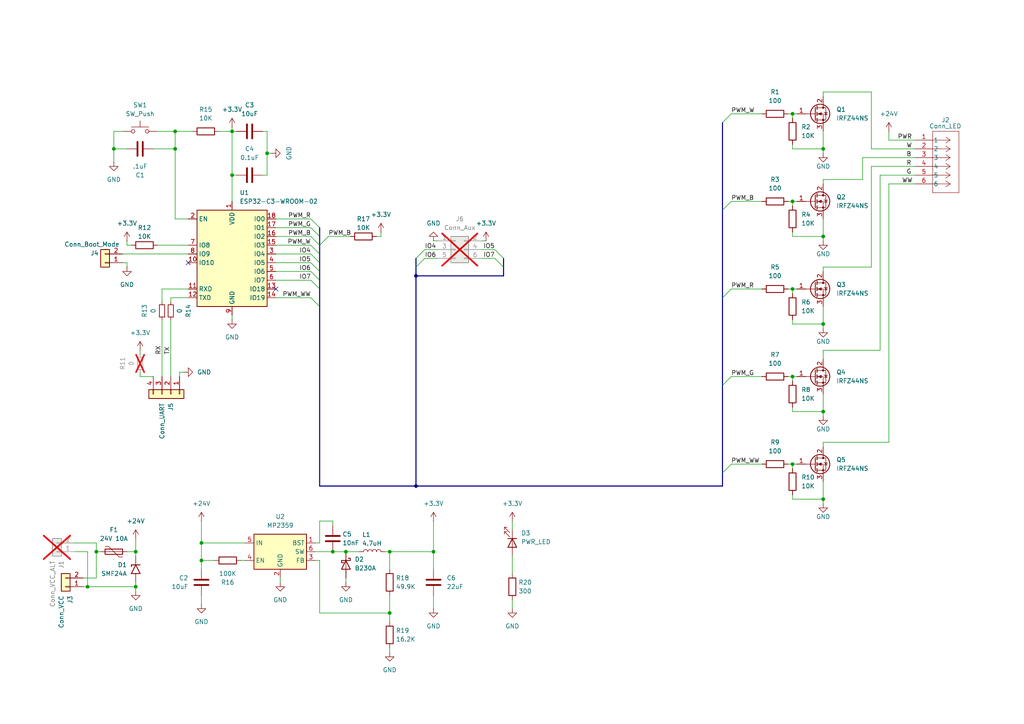
<source format=kicad_sch>
(kicad_sch (version 20231120) (generator "eeschema") (generator_version "8.0")
  (paper "A4")
  (title_block (title "ESP32 5 color LED driver") (date "2024-03-28") (rev "A"))
  (lib_symbols
    (symbol "+3.3V_1" (power) (pin_numbers hide) (pin_names (offset 0) hide)
      (property "Value" "+3.3V" (at 0 3.556 0))
      (symbol "+3.3V_1_1_1"
        (pin power_in line (at 0 0 90) (length 0) (name "~") (number "1"))
      )
    )
    (symbol "2024-04-03_06-42-17:532540670" (pin_names (offset 0.254))
      (property "Reference" "J" (at 8.89 6.35 0))
      (property "Value" "532540670" (at 0 0 0))
      (symbol "532540670_1_1"
        (pin unspecified line (at 0 0 0) (length 5.08) (name "1") (number "1"))
        (pin unspecified line (at 0 -2.54 0) (length 5.08) (name "2") (number "2"))
        (pin unspecified line (at 0 -5.08 0) (length 5.08) (name "3") (number "3"))
        (pin unspecified line (at 0 -7.62 0) (length 5.08) (name "4") (number "4"))
        (pin unspecified line (at 0 -10.16 0) (length 5.08) (name "5") (number "5"))
        (pin unspecified line (at 0 -12.7 0) (length 5.08) (name "6") (number "6"))
      )
      (symbol "532540670_1_2"
        (pin unspecified line (at 0 0 0) (length 5.08) (name "1") (number "1"))
        (pin unspecified line (at 0 -2.54 0) (length 5.08) (name "2") (number "2"))
        (pin unspecified line (at 0 -5.08 0) (length 5.08) (name "3") (number "3"))
        (pin unspecified line (at 0 -7.62 0) (length 5.08) (name "4") (number "4"))
        (pin unspecified line (at 0 -10.16 0) (length 5.08) (name "5") (number "5"))
        (pin unspecified line (at 0 -12.7 0) (length 5.08) (name "6") (number "6"))
      )
    )
    (symbol "Connector_Generic:Conn_01x02" (pin_names (offset 1.016) hide)
      (property "Reference" "J" (at 0 2.54 0))
      (property "Value" "Conn_01x02" (at 0 -5.08 0))
      (symbol "Conn_01x02_1_1"
        (pin passive line (at -5.08 0 0) (length 3.81) (name "Pin_1") (number "1"))
        (pin passive line (at -5.08 -2.54 0) (length 3.81) (name "Pin_2") (number "2"))
      )
    )
    (symbol "Connector_Generic:Conn_01x04" (pin_names (offset 1.016) hide)
      (property "Reference" "J" (at 0 5.08 0))
      (property "Value" "Conn_01x04" (at 0 -7.62 0))
      (symbol "Conn_01x04_1_1"
        (pin passive line (at -5.08 2.54 0) (length 3.81) (name "Pin_1") (number "1"))
        (pin passive line (at -5.08 0 0) (length 3.81) (name "Pin_2") (number "2"))
        (pin passive line (at -5.08 -2.54 0) (length 3.81) (name "Pin_3") (number "3"))
        (pin passive line (at -5.08 -5.08 0) (length 3.81) (name "Pin_4") (number "4"))
      )
    )
    (symbol "Connector_Generic:Conn_02x03_Odd_Even" (pin_names (offset 1.016) hide)
      (property "Reference" "J" (at 1.27 5.08 0))
      (property "Value" "Conn_02x03_Odd_Even" (at 1.27 -5.08 0))
      (symbol "Conn_02x03_Odd_Even_1_1"
        (pin passive line (at -5.08 2.54 0) (length 3.81) (name "Pin_1") (number "1"))
        (pin passive line (at 7.62 2.54 180) (length 3.81) (name "Pin_2") (number "2"))
        (pin passive line (at -5.08 0 0) (length 3.81) (name "Pin_3") (number "3"))
        (pin passive line (at 7.62 0 180) (length 3.81) (name "Pin_4") (number "4"))
        (pin passive line (at -5.08 -2.54 0) (length 3.81) (name "Pin_5") (number "5"))
        (pin passive line (at 7.62 -2.54 180) (length 3.81) (name "Pin_6") (number "6"))
      )
    )
    (symbol "Custom:ESP32-C3-WROOM-02"
      (property "Reference" "U" (at -7.62 14.986 0))
      (property "Value" "ESP32-C3-WROOM-02" (at 10.414 14.986 0))
      (symbol "ESP32-C3-WROOM-02_1_1"
        (pin power_in line (at 0 16.51 270) (length 2.54) (name "VDD") (number "1"))
        (pin bidirectional line (at -12.7 -1.27 0) (length 2.54) (name "IO10") (number "10"))
        (pin bidirectional line (at -12.7 -8.89 0) (length 2.54) (name "RXD") (number "11"))
        (pin bidirectional line (at -12.7 -11.43 0) (length 2.54) (name "TXD") (number "12"))
        (pin bidirectional line (at 12.7 -8.89 180) (length 2.54) (name "IO18") (number "13"))
        (pin bidirectional line (at 12.7 -11.43 180) (length 2.54) (name "IO19") (number "14"))
        (pin bidirectional line (at 12.7 3.81 180) (length 2.54) (name "IO3") (number "15"))
        (pin bidirectional line (at 12.7 6.35 180) (length 2.54) (name "IO2") (number "16"))
        (pin bidirectional line (at 12.7 8.89 180) (length 2.54) (name "IO1") (number "17"))
        (pin bidirectional line (at 12.7 11.43 180) (length 2.54) (name "IO0") (number "18"))
        (pin passive line (at 0 -16.51 90) (length 2.54) hide (name "GND") (number "19"))
        (pin input line (at -12.7 11.43 0) (length 2.54) (name "EN") (number "2"))
        (pin bidirectional line (at 12.7 1.27 180) (length 2.54) (name "IO4") (number "3"))
        (pin bidirectional line (at 12.7 -1.27 180) (length 2.54) (name "IO5") (number "4"))
        (pin bidirectional line (at 12.7 -3.81 180) (length 2.54) (name "IO6") (number "5"))
        (pin bidirectional line (at 12.7 -6.35 180) (length 2.54) (name "IO7") (number "6"))
        (pin bidirectional line (at -12.7 3.81 0) (length 2.54) (name "IO8") (number "7"))
        (pin bidirectional line (at -12.7 1.27 0) (length 2.54) (name "IO9") (number "8"))
        (pin power_in line (at 0 -16.51 90) (length 2.54) (name "GND") (number "9"))
      )
    )
    (symbol "Custom:IRFZ44NS" (pin_names (offset 0) hide)
      (property "Reference" "Q" (at 5.08 1.905 0))
      (property "Value" "IRFZ44NS" (at 5.08 0 0))
      (symbol "IRFZ44NS_1_1"
        (pin passive line (at -5.08 0 0) (length 2.54) (name "G") (number "1"))
        (pin passive line (at 2.54 5.08 270) (length 2.54) (name "D") (number "2"))
        (pin passive line (at 2.54 -5.08 90) (length 2.54) (name "S") (number "3"))
      )
    )
    (symbol "Custom:MP2359"
      (property "Reference" "U" (at -6.35 6.35 0))
      (property "Value" "MP2359" (at 3.81 6.35 0))
      (symbol "MP2359_1_1"
        (pin passive line (at 10.16 2.54 180) (length 2.54) (name "BST") (number "1"))
        (pin power_in line (at 0 -7.62 90) (length 2.54) (name "GND") (number "2"))
        (pin input line (at 10.16 -2.54 180) (length 2.54) (name "FB") (number "3"))
        (pin input line (at -10.16 -2.54 0) (length 2.54) (name "EN") (number "4"))
        (pin power_in line (at -10.16 2.54 0) (length 2.54) (name "IN") (number "5"))
        (pin power_out line (at 10.16 0 180) (length 2.54) (name "SW") (number "6"))
      )
    )
    (symbol "Device:C" (pin_numbers hide) (pin_names (offset 0.254))
      (property "Reference" "C" (at 0.635 2.54 0))
      (property "Value" "C" (at 0.635 -2.54 0))
      (symbol "C_1_1"
        (pin passive line (at 0 3.81 270) (length 2.794) (name "~") (number "1"))
        (pin passive line (at 0 -3.81 90) (length 2.794) (name "~") (number "2"))
      )
    )
    (symbol "Device:L" (pin_numbers hide) (pin_names (offset 1.016) hide)
      (property "Reference" "L" (at -1.27 0 90))
      (property "Value" "L" (at 1.905 0 90))
      (symbol "L_1_1"
        (pin passive line (at 0 3.81 270) (length 1.27) (name "1") (number "1"))
        (pin passive line (at 0 -3.81 90) (length 1.27) (name "2") (number "2"))
      )
    )
    (symbol "Device:LED" (pin_numbers hide) (pin_names (offset 1.016) hide)
      (property "Reference" "D" (at 0 2.54 0))
      (property "Value" "LED" (at 0 -2.54 0))
      (symbol "LED_1_1"
        (pin passive line (at -3.81 0 0) (length 2.54) (name "K") (number "1"))
        (pin passive line (at 3.81 0 180) (length 2.54) (name "A") (number "2"))
      )
    )
    (symbol "Device:Polyfuse" (pin_numbers hide) (pin_names (offset 0))
      (property "Reference" "F" (at -2.54 0 90))
      (property "Value" "Polyfuse" (at 2.54 0 90))
      (symbol "Polyfuse_1_1"
        (pin passive line (at 0 3.81 270) (length 1.27) (name "~") (number "1"))
        (pin passive line (at 0 -3.81 90) (length 1.27) (name "~") (number "2"))
      )
    )
    (symbol "Device:R" (pin_numbers hide) (pin_names (offset 0))
      (property "Reference" "R" (at 2.032 0 90))
      (property "Value" "R" (at 0 0 90))
      (symbol "R_1_1"
        (pin passive line (at 0 3.81 270) (length 1.27) (name "~") (number "1"))
        (pin passive line (at 0 -3.81 90) (length 1.27) (name "~") (number "2"))
      )
    )
    (symbol "Device:R_Small" (pin_numbers hide) (pin_names (offset 0.254) hide)
      (property "Reference" "R" (at 0.762 0.508 0))
      (property "Value" "R_Small" (at 0.762 -1.016 0))
      (symbol "R_Small_1_1"
        (pin passive line (at 0 2.54 270) (length 0.762) (name "~") (number "1"))
        (pin passive line (at 0 -2.54 90) (length 0.762) (name "~") (number "2"))
      )
    )
    (symbol "Diode:B230" (pin_numbers hide) (pin_names (offset 1.016) hide)
      (property "Reference" "D" (at 0 2.54 0))
      (property "Value" "B230" (at 0 -2.54 0))
      (symbol "B230_1_1"
        (pin passive line (at -3.81 0 0) (length 2.54) (name "K") (number "1"))
        (pin passive line (at 3.81 0 180) (length 2.54) (name "A") (number "2"))
      )
    )
    (symbol "Diode:SMF24A" (pin_numbers hide) (pin_names (offset 1.016) hide)
      (property "Reference" "D" (at 0 2.54 0))
      (property "Value" "SMF24A" (at 0 -2.54 0))
      (symbol "SMF24A_1_1"
        (pin passive line (at -3.81 0 0) (length 2.54) (name "A1") (number "1"))
        (pin passive line (at 3.81 0 180) (length 2.54) (name "A2") (number "2"))
      )
    )
    (symbol "IRFZ44NS_1" (pin_names (offset 0) hide)
      (property "Reference" "Q" (at 5.08 1.905 0))
      (property "Value" "IRFZ44NS" (at 5.08 0 0))
      (symbol "IRFZ44NS_1_1_1"
        (pin passive line (at -5.08 0 0) (length 2.54) (name "G") (number "1"))
        (pin passive line (at 2.54 5.08 270) (length 2.54) (name "D") (number "2"))
        (pin passive line (at 2.54 -5.08 90) (length 2.54) (name "S") (number "3"))
      )
    )
    (symbol "IRFZ44NS_2" (pin_names (offset 0) hide)
      (property "Reference" "Q" (at 5.08 1.905 0))
      (property "Value" "IRFZ44NS" (at 5.08 0 0))
      (symbol "IRFZ44NS_2_1_1"
        (pin passive line (at -5.08 0 0) (length 2.54) (name "G") (number "1"))
        (pin passive line (at 2.54 5.08 270) (length 2.54) (name "D") (number "2"))
        (pin passive line (at 2.54 -5.08 90) (length 2.54) (name "S") (number "3"))
      )
    )
    (symbol "IRFZ44NS_3" (pin_names (offset 0) hide)
      (property "Reference" "Q" (at 5.08 1.905 0))
      (property "Value" "IRFZ44NS" (at 5.08 0 0))
      (symbol "IRFZ44NS_3_1_1"
        (pin passive line (at -5.08 0 0) (length 2.54) (name "G") (number "1"))
        (pin passive line (at 2.54 5.08 270) (length 2.54) (name "D") (number "2"))
        (pin passive line (at 2.54 -5.08 90) (length 2.54) (name "S") (number "3"))
      )
    )
    (symbol "IRFZ44NS_4" (pin_names (offset 0) hide)
      (property "Reference" "Q" (at 5.08 1.905 0))
      (property "Value" "IRFZ44NS" (at 5.08 0 0))
      (symbol "IRFZ44NS_4_1_1"
        (pin passive line (at -5.08 0 0) (length 2.54) (name "G") (number "1"))
        (pin passive line (at 2.54 5.08 270) (length 2.54) (name "D") (number "2"))
        (pin passive line (at 2.54 -5.08 90) (length 2.54) (name "S") (number "3"))
      )
    )
    (symbol "R_1" (pin_numbers hide) (pin_names (offset 0))
      (property "Reference" "R" (at 2.032 0 90))
      (property "Value" "R" (at 0 0 90))
      (symbol "R_1_1_1"
        (pin passive line (at 0 3.81 270) (length 1.27) (name "~") (number "1"))
        (pin passive line (at 0 -3.81 90) (length 1.27) (name "~") (number "2"))
      )
    )
    (symbol "Switch:SW_Push" (pin_numbers hide) (pin_names (offset 1.016) hide)
      (property "Reference" "SW" (at 1.27 2.54 0))
      (property "Value" "SW_Push" (at 0 -1.524 0))
      (symbol "SW_Push_0_1"
        (pin passive line (at -5.08 0 0) (length 2.54) (name "1") (number "1"))
        (pin passive line (at 5.08 0 180) (length 2.54) (name "2") (number "2"))
      )
    )
    (symbol "power:+24V" (power) (pin_numbers hide) (pin_names (offset 0) hide)
      (property "Value" "+24V" (at 0 3.556 0))
      (symbol "+24V_1_1"
        (pin power_in line (at 0 0 90) (length 0) (name "~") (number "1"))
      )
    )
    (symbol "power:+3.3V" (power) (pin_numbers hide) (pin_names (offset 0) hide)
      (property "Value" "+3.3V" (at 0 3.556 0))
      (symbol "+3.3V_1_1"
        (pin power_in line (at 0 0 90) (length 0) (name "~") (number "1"))
      )
    )
    (symbol "power:GND" (power) (pin_numbers hide) (pin_names (offset 0) hide)
      (property "Value" "GND" (at 0 -3.81 0))
      (symbol "GND_1_1"
        (pin power_in line (at 0 0 270) (length 0) (name "~") (number "1"))
      )
    )
  )
  (junction (at 120.65 80.01))
  (junction (at 125.73 160.02))
  (junction (at 58.42 162.56))
  (junction (at 33.02 43.18))
  (junction (at 113.03 160.02))
  (junction (at 238.76 119.38))
  (junction (at 238.76 43.18))
  (junction (at 113.03 177.8))
  (junction (at 67.31 50.8))
  (junction (at 50.8 38.1))
  (junction (at 27.94 160.02))
  (junction (at 238.76 68.58))
  (junction (at 229.87 83.82))
  (junction (at 238.76 144.78))
  (junction (at 96.52 160.02))
  (junction (at 77.47 44.45))
  (junction (at 238.76 93.98))
  (junction (at 67.31 38.1))
  (junction (at 58.42 157.48))
  (junction (at 229.87 134.62))
  (junction (at 229.87 109.22))
  (junction (at 50.8 43.18))
  (junction (at 120.65 140.97))
  (junction (at 39.37 160.02))
  (junction (at 25.4 170.18))
  (junction (at 229.87 33.02))
  (junction (at 39.37 170.18))
  (junction (at 229.87 58.42))
  (junction (at 100.33 160.02))
  (no_connect (at 54.61 76.2))
  (no_connect (at 80.01 83.82))
  (bus_entry (at 90.17 78.74) (size 2.54 2.54))
  (bus_entry (at 95.25 68.58) (size -2.54 2.54))
  (bus_entry (at 143.51 74.93) (size 2.54 2.54))
  (bus_entry (at 90.17 63.5) (size 2.54 2.54))
  (bus_entry (at 209.55 35.56) (size 2.54 -2.54))
  (bus_entry (at 143.51 72.39) (size 2.54 2.54))
  (bus_entry (at 90.17 86.36) (size 2.54 2.54))
  (bus_entry (at 90.17 73.66) (size 2.54 2.54))
  (bus_entry (at 123.19 72.39) (size -2.54 2.54))
  (bus_entry (at 90.17 71.12) (size 2.54 2.54))
  (bus_entry (at 209.55 111.76) (size 2.54 -2.54))
  (bus_entry (at 90.17 66.04) (size 2.54 2.54))
  (bus_entry (at 209.55 137.16) (size 2.54 -2.54))
  (bus_entry (at 209.55 60.96) (size 2.54 -2.54))
  (bus_entry (at 90.17 68.58) (size 2.54 2.54))
  (bus_entry (at 209.55 86.36) (size 2.54 -2.54))
  (bus_entry (at 123.19 74.93) (size -2.54 2.54))
  (bus_entry (at 90.17 76.2) (size 2.54 2.54))
  (bus_entry (at 90.17 81.28) (size 2.54 2.54))
  (wire (pts (xy 76.2 50.8) (xy 77.47 50.8)))
  (wire (pts (xy 229.87 119.38) (xy 238.76 119.38)))
  (wire (pts (xy 252.73 48.26) (xy 252.73 77.47)))
  (wire (pts (xy 123.19 72.39) (xy 127 72.39)))
  (wire (pts (xy 229.87 41.91) (xy 229.87 43.18)))
  (wire (pts (xy 52.07 107.95) (xy 52.07 109.22)))
  (wire (pts (xy 238.76 77.47) (xy 252.73 77.47)))
  (wire (pts (xy 90.17 86.36) (xy 80.01 86.36)))
  (wire (pts (xy 252.73 26.67) (xy 252.73 43.18)))
  (wire (pts (xy 92.71 177.8) (xy 92.71 162.56)))
  (wire (pts (xy 36.83 43.18) (xy 33.02 43.18)))
  (wire (pts (xy 125.73 160.02) (xy 125.73 165.1)))
  (wire (pts (xy 39.37 160.02) (xy 36.83 160.02)))
  (wire (pts (xy 238.76 101.6) (xy 238.76 104.14)))
  (wire (pts (xy 50.8 38.1) (xy 55.88 38.1)))
  (wire (pts (xy 46.99 83.82) (xy 54.61 83.82)))
  (wire (pts (xy 67.31 50.8) (xy 67.31 58.42)))
  (wire (pts (xy 21.59 160.02) (xy 25.4 160.02)))
  (wire (pts (xy 24.13 170.18) (xy 25.4 170.18)))
  (wire (pts (xy 238.76 128.27) (xy 257.81 128.27)))
  (wire (pts (xy 80.01 78.74) (xy 90.17 78.74)))
  (wire (pts (xy 92.71 151.13) (xy 96.52 151.13)))
  (wire (pts (xy 80.01 76.2) (xy 90.17 76.2)))
  (wire (pts (xy 39.37 161.29) (xy 39.37 160.02)))
  (wire (pts (xy 58.42 157.48) (xy 71.12 157.48)))
  (bus (pts (xy 92.71 76.2) (xy 92.71 78.74)))
  (wire (pts (xy 229.87 67.31) (xy 229.87 68.58)))
  (wire (pts (xy 250.19 45.72) (xy 265.43 45.72)))
  (wire (pts (xy 113.03 180.34) (xy 113.03 177.8)))
  (wire (pts (xy 123.19 74.93) (xy 127 74.93)))
  (wire (pts (xy 125.73 69.85) (xy 127 69.85)))
  (bus (pts (xy 120.65 77.47) (xy 120.65 80.01)))
  (wire (pts (xy 257.81 53.34) (xy 257.81 128.27)))
  (bus (pts (xy 92.71 81.28) (xy 92.71 83.82)))
  (wire (pts (xy 238.76 26.67) (xy 252.73 26.67)))
  (wire (pts (xy 40.64 109.22) (xy 44.45 109.22)))
  (wire (pts (xy 113.03 160.02) (xy 113.03 165.1)))
  (bus (pts (xy 92.71 140.97) (xy 120.65 140.97)))
  (wire (pts (xy 139.7 74.93) (xy 143.51 74.93)))
  (bus (pts (xy 146.05 77.47) (xy 146.05 80.01)))
  (wire (pts (xy 77.47 50.8) (xy 77.47 44.45)))
  (bus (pts (xy 209.55 140.97) (xy 209.55 137.16)))
  (wire (pts (xy 58.42 151.13) (xy 58.42 157.48)))
  (bus (pts (xy 92.71 78.74) (xy 92.71 81.28)))
  (wire (pts (xy 76.2 38.1) (xy 77.47 38.1)))
  (wire (pts (xy 67.31 36.83) (xy 67.31 38.1)))
  (wire (pts (xy 77.47 44.45) (xy 78.74 44.45)))
  (wire (pts (xy 35.56 76.2) (xy 36.83 76.2)))
  (wire (pts (xy 92.71 157.48) (xy 92.71 151.13)))
  (wire (pts (xy 229.87 92.71) (xy 229.87 93.98)))
  (wire (pts (xy 80.01 66.04) (xy 90.17 66.04)))
  (wire (pts (xy 91.44 160.02) (xy 96.52 160.02)))
  (wire (pts (xy 238.76 95.25) (xy 238.76 93.98)))
  (wire (pts (xy 36.83 71.12) (xy 38.1 71.12)))
  (wire (pts (xy 229.87 143.51) (xy 229.87 144.78)))
  (wire (pts (xy 238.76 44.45) (xy 238.76 43.18)))
  (wire (pts (xy 228.6 134.62) (xy 229.87 134.62)))
  (wire (pts (xy 58.42 162.56) (xy 62.23 162.56)))
  (wire (pts (xy 212.09 58.42) (xy 220.98 58.42)))
  (wire (pts (xy 39.37 171.45) (xy 39.37 170.18)))
  (wire (pts (xy 238.76 69.85) (xy 238.76 68.58)))
  (wire (pts (xy 27.94 167.64) (xy 27.94 160.02)))
  (wire (pts (xy 238.76 26.67) (xy 238.76 27.94)))
  (wire (pts (xy 40.64 101.6) (xy 40.64 102.87)))
  (wire (pts (xy 238.76 139.7) (xy 238.76 144.78)))
  (wire (pts (xy 46.99 83.82) (xy 46.99 87.63)))
  (wire (pts (xy 33.02 38.1) (xy 33.02 43.18)))
  (wire (pts (xy 68.58 50.8) (xy 67.31 50.8)))
  (wire (pts (xy 25.4 160.02) (xy 25.4 170.18)))
  (bus (pts (xy 92.71 68.58) (xy 92.71 71.12)))
  (wire (pts (xy 148.59 173.99) (xy 148.59 176.53)))
  (wire (pts (xy 257.81 38.1) (xy 257.81 40.64)))
  (wire (pts (xy 212.09 83.82) (xy 220.98 83.82)))
  (wire (pts (xy 252.73 43.18) (xy 265.43 43.18)))
  (wire (pts (xy 229.87 83.82) (xy 231.14 83.82)))
  (wire (pts (xy 229.87 134.62) (xy 231.14 134.62)))
  (wire (pts (xy 111.76 160.02) (xy 113.03 160.02)))
  (bus (pts (xy 209.55 111.76) (xy 209.55 86.36)))
  (wire (pts (xy 229.87 58.42) (xy 229.87 59.69)))
  (wire (pts (xy 95.25 68.58) (xy 101.6 68.58)))
  (wire (pts (xy 80.01 81.28) (xy 90.17 81.28)))
  (wire (pts (xy 228.6 83.82) (xy 229.87 83.82)))
  (wire (pts (xy 27.94 160.02) (xy 29.21 160.02)))
  (wire (pts (xy 67.31 38.1) (xy 67.31 50.8)))
  (wire (pts (xy 139.7 72.39) (xy 143.51 72.39)))
  (wire (pts (xy 100.33 160.02) (xy 96.52 160.02)))
  (bus (pts (xy 92.71 73.66) (xy 92.71 76.2)))
  (wire (pts (xy 39.37 170.18) (xy 39.37 168.91)))
  (wire (pts (xy 229.87 68.58) (xy 238.76 68.58)))
  (wire (pts (xy 238.76 146.05) (xy 238.76 144.78)))
  (wire (pts (xy 69.85 162.56) (xy 71.12 162.56)))
  (wire (pts (xy 238.76 77.47) (xy 238.76 78.74)))
  (wire (pts (xy 228.6 33.02) (xy 229.87 33.02)))
  (wire (pts (xy 33.02 38.1) (xy 35.56 38.1)))
  (wire (pts (xy 104.14 160.02) (xy 100.33 160.02)))
  (wire (pts (xy 229.87 144.78) (xy 238.76 144.78)))
  (bus (pts (xy 209.55 137.16) (xy 209.55 111.76)))
  (wire (pts (xy 49.53 92.71) (xy 49.53 109.22)))
  (wire (pts (xy 229.87 93.98) (xy 238.76 93.98)))
  (wire (pts (xy 92.71 162.56) (xy 91.44 162.56)))
  (wire (pts (xy 257.81 40.64) (xy 265.43 40.64)))
  (bus (pts (xy 120.65 140.97) (xy 209.55 140.97)))
  (wire (pts (xy 148.59 161.29) (xy 148.59 166.37)))
  (wire (pts (xy 238.76 63.5) (xy 238.76 68.58)))
  (wire (pts (xy 229.87 109.22) (xy 229.87 110.49)))
  (bus (pts (xy 120.65 80.01) (xy 120.65 140.97)))
  (wire (pts (xy 54.61 73.66) (xy 35.56 73.66)))
  (bus (pts (xy 92.71 88.9) (xy 92.71 140.97)))
  (wire (pts (xy 40.64 107.95) (xy 40.64 109.22)))
  (bus (pts (xy 92.71 66.04) (xy 92.71 68.58)))
  (wire (pts (xy 49.53 86.36) (xy 49.53 87.63)))
  (wire (pts (xy 257.81 53.34) (xy 265.43 53.34)))
  (wire (pts (xy 27.94 167.64) (xy 24.13 167.64)))
  (wire (pts (xy 80.01 71.12) (xy 90.17 71.12)))
  (wire (pts (xy 238.76 101.6) (xy 255.27 101.6)))
  (wire (pts (xy 229.87 43.18) (xy 238.76 43.18)))
  (wire (pts (xy 238.76 88.9) (xy 238.76 93.98)))
  (wire (pts (xy 229.87 58.42) (xy 231.14 58.42)))
  (wire (pts (xy 238.76 129.54) (xy 238.76 128.27)))
  (wire (pts (xy 80.01 63.5) (xy 90.17 63.5)))
  (wire (pts (xy 212.09 134.62) (xy 220.98 134.62)))
  (wire (pts (xy 125.73 151.13) (xy 125.73 160.02)))
  (wire (pts (xy 229.87 134.62) (xy 229.87 135.89)))
  (wire (pts (xy 92.71 157.48) (xy 91.44 157.48)))
  (wire (pts (xy 63.5 38.1) (xy 67.31 38.1)))
  (bus (pts (xy 120.65 74.93) (xy 120.65 77.47)))
  (wire (pts (xy 58.42 165.1) (xy 58.42 162.56)))
  (wire (pts (xy 25.4 170.18) (xy 39.37 170.18)))
  (wire (pts (xy 39.37 160.02) (xy 39.37 156.21)))
  (wire (pts (xy 113.03 177.8) (xy 113.03 172.72)))
  (wire (pts (xy 229.87 33.02) (xy 229.87 34.29)))
  (wire (pts (xy 229.87 33.02) (xy 231.14 33.02)))
  (wire (pts (xy 36.83 69.85) (xy 36.83 71.12)))
  (wire (pts (xy 255.27 101.6) (xy 255.27 50.8)))
  (wire (pts (xy 27.94 157.48) (xy 27.94 160.02)))
  (wire (pts (xy 113.03 160.02) (xy 125.73 160.02)))
  (wire (pts (xy 45.72 38.1) (xy 50.8 38.1)))
  (wire (pts (xy 229.87 118.11) (xy 229.87 119.38)))
  (wire (pts (xy 228.6 109.22) (xy 229.87 109.22)))
  (wire (pts (xy 50.8 63.5) (xy 54.61 63.5)))
  (wire (pts (xy 252.73 48.26) (xy 265.43 48.26)))
  (wire (pts (xy 67.31 91.44) (xy 67.31 92.71)))
  (wire (pts (xy 229.87 109.22) (xy 231.14 109.22)))
  (wire (pts (xy 250.19 52.07) (xy 250.19 45.72)))
  (wire (pts (xy 44.45 43.18) (xy 50.8 43.18)))
  (wire (pts (xy 33.02 43.18) (xy 33.02 46.99)))
  (wire (pts (xy 52.07 107.95) (xy 53.34 107.95)))
  (wire (pts (xy 46.99 92.71) (xy 46.99 109.22)))
  (wire (pts (xy 148.59 153.67) (xy 148.59 151.13)))
  (wire (pts (xy 212.09 109.22) (xy 220.98 109.22)))
  (wire (pts (xy 255.27 50.8) (xy 265.43 50.8)))
  (wire (pts (xy 100.33 168.91) (xy 100.33 167.64)))
  (wire (pts (xy 45.72 71.12) (xy 54.61 71.12)))
  (wire (pts (xy 80.01 73.66) (xy 90.17 73.66)))
  (wire (pts (xy 125.73 176.53) (xy 125.73 172.72)))
  (bus (pts (xy 92.71 83.82) (xy 92.71 88.9)))
  (bus (pts (xy 146.05 80.01) (xy 120.65 80.01)))
  (wire (pts (xy 50.8 43.18) (xy 50.8 63.5)))
  (wire (pts (xy 238.76 114.3) (xy 238.76 119.38)))
  (bus (pts (xy 146.05 74.93) (xy 146.05 77.47)))
  (wire (pts (xy 36.83 76.2) (xy 36.83 77.47)))
  (bus (pts (xy 209.55 86.36) (xy 209.55 60.96)))
  (wire (pts (xy 58.42 172.72) (xy 58.42 175.26)))
  (wire (pts (xy 212.09 33.02) (xy 220.98 33.02)))
  (wire (pts (xy 238.76 52.07) (xy 250.19 52.07)))
  (bus (pts (xy 92.71 71.12) (xy 92.71 73.66)))
  (wire (pts (xy 81.28 167.64) (xy 81.28 168.91)))
  (wire (pts (xy 238.76 120.65) (xy 238.76 119.38)))
  (wire (pts (xy 110.49 68.58) (xy 110.49 67.31)))
  (wire (pts (xy 140.97 69.85) (xy 139.7 69.85)))
  (wire (pts (xy 92.71 177.8) (xy 113.03 177.8)))
  (wire (pts (xy 96.52 151.13) (xy 96.52 152.4)))
  (wire (pts (xy 113.03 189.23) (xy 113.03 187.96)))
  (wire (pts (xy 49.53 86.36) (xy 54.61 86.36)))
  (bus (pts (xy 209.55 60.96) (xy 209.55 35.56)))
  (wire (pts (xy 228.6 58.42) (xy 229.87 58.42)))
  (wire (pts (xy 58.42 162.56) (xy 58.42 157.48)))
  (wire (pts (xy 21.59 157.48) (xy 27.94 157.48)))
  (wire (pts (xy 238.76 38.1) (xy 238.76 43.18)))
  (wire (pts (xy 110.49 68.58) (xy 109.22 68.58)))
  (wire (pts (xy 238.76 52.07) (xy 238.76 53.34)))
  (wire (pts (xy 50.8 38.1) (xy 50.8 43.18)))
  (wire (pts (xy 77.47 38.1) (xy 77.47 44.45)))
  (wire (pts (xy 68.58 38.1) (xy 67.31 38.1)))
  (wire (pts (xy 80.01 68.58) (xy 90.17 68.58)))
  (wire (pts (xy 229.87 83.82) (xy 229.87 85.09)))
  (label "IO6" (at 90.17 78.74 180))
  (label "PWM_WW" (at 90.17 86.36 180))
  (label "G" (at 262.89 50.8 0))
  (label "PWR" (at 260.35 40.64 0))
  (label "IO4" (at 90.17 73.66 180))
  (label "PWM_R" (at 212.09 83.82 0))
  (label "IO7" (at 143.51 74.93 180))
  (label "IO7" (at 90.17 81.28 180))
  (label "IO4" (at 123.19 72.39 0))
  (label "IO5" (at 90.17 76.2 180))
  (label "PWM_R" (at 90.17 63.5 180))
  (label "B" (at 262.89 45.72 0))
  (label "WW" (at 261.62 53.34 0))
  (label "RX" (at 46.99 102.87 90))
  (label "PWM_WW" (at 212.09 134.62 0))
  (label "PWM_B" (at 90.17 68.58 180))
  (label "IO5" (at 143.51 72.39 180))
  (label "PWM_W" (at 212.09 33.02 0))
  (label "PWM_G" (at 212.09 109.22 0))
  (label "PWM_B" (at 95.25 68.58 0))
  (label "R" (at 262.89 48.26 0))
  (label "PWM_W" (at 90.17 71.12 180))
  (label "W" (at 262.89 43.18 0))
  (label "IO6" (at 123.19 74.93 0))
  (label "TX" (at 49.53 102.87 90))
  (label "PWM_G" (at 90.17 66.04 180))
  (label "PWM_B" (at 212.09 58.42 0))
  (symbol (lib_id "Custom:ESP32-C3-WROOM-02") (at 67.31 74.93 0) (unit 1)
    (property "Reference" "U1" (at 69.5041 55.88 0) (effects (justify left)))
    (property "Value" "ESP32-C3-WROOM-02" (at 69.5041 58.42 0) (effects (justify left)))
    (property "Footprint" "RF_Module:ESP32-C3-WROOM-02" (effects (hide yes)))
    (property "Datasheet" "https://www.espressif.com/sites/default/files/documentation/esp32-c3-wroom-02_datasheet_en.pdf" (effects (hide yes)))
    (property "Description" "Wi-Fi Module, ESP8266EX SoC, 32-bit, 802.11b/g/n, WPA/WPA2, 2.7-3.6V, SMD" (effects (hide yes)))
  )
  (symbol (lib_id "Device:R") (at 66.04 162.56 270) (mirror x) (unit 1)
    (property "Reference" "R16" (at 66.04 168.91 90))
    (property "Value" "100K" (at 66.04 166.37 90))
    (property "Footprint" "Custom:R_0603_HandSolder_ValuePrinted" (effects (hide yes)))
    (property "Description" "Resistor" (effects (hide yes)))
  )
  (symbol (lib_id "power:GND") (at 53.34 107.95 90) (unit 1)
    (property "Reference" "#PWR021" (effects (hide yes)))
    (property "Value" "GND" (at 57.15 107.9499 90) (effects (justify right)))
    (property "Description" "Power symbol creates a global label with name \"GND\" , ground" (effects (hide yes)))
  )
  (symbol (lib_id "power:GND") (at 113.03 189.23 0) (unit 1)
    (property "Reference" "#PWR014" (effects (hide yes)))
    (property "Value" "GND" (at 113.03 194.31 0))
    (property "Description" "Power symbol creates a global label with name \"GND\" , ground" (effects (hide yes)))
  )
  (symbol (lib_id "Device:C") (at 125.73 168.91 0) (unit 1)
    (property "Reference" "C6" (at 129.54 167.6399 0) (effects (justify left)))
    (property "Value" "22uF" (at 129.54 170.1799 0) (effects (justify left)))
    (property "Footprint" "Custom:C_0603_HandSolder_ValuePrinted" (effects (hide yes)))
    (property "Description" "Unpolarized capacitor" (effects (hide yes)))
  )
  (symbol (lib_id "power:GND") (at 39.37 171.45 0) (mirror y) (unit 1)
    (property "Reference" "#PWR01" (effects (hide yes)))
    (property "Value" "GND" (at 39.37 176.53 0))
    (property "Description" "Power symbol creates a global label with name \"GND\" , ground" (effects (hide yes)))
  )
  (symbol (lib_id "power:GND") (at 238.76 120.65 0) (unit 1)
    (property "Reference" "#PWR05" (effects (hide yes)))
    (property "Value" "GND" (at 238.76 124.46 0))
    (property "Description" "Power symbol creates a global label with name \"GND\" , ground" (effects (hide yes)))
  )
  (symbol (lib_id "Diode:SMF24A") (at 39.37 165.1 90) (mirror x) (unit 1)
    (property "Reference" "D1" (at 36.83 163.8299 90) (effects (justify left)))
    (property "Value" "SMF24A" (at 36.83 166.3699 90) (effects (justify left)))
    (property "Footprint" "Diode_SMD:D_SMF" (effects (hide yes)))
    (property "Datasheet" "https://www.vishay.com/doc?85881" (effects (hide yes)))
    (property "Description" "200W unidirectional Transil Transient Voltage Suppressor, 24Vrwm, SMF" (effects (hide yes)))
    (property "Sim.Device" "D" (effects (hide yes)))
    (property "Sim.Pins" "1=K 2=A" (effects (hide yes)))
  )
  (symbol (lib_id "Custom:IRFZ44NS") (at 236.22 33.02 0) (unit 1)
    (property "Reference" "Q1" (at 242.57 31.7499 0) (effects (justify left)))
    (property "Value" "IRFZ44NS" (at 242.57 34.2899 0) (effects (justify left)))
    (property "Footprint" "Package_TO_SOT_SMD:SOT-23-3" (effects (hide yes)))
    (property "Datasheet" "https://www.infineon.com/dgdl/Infineon-IRFZ44NS-DataSheet-v01_01-EN.pdf?fileId=5546d462533600a40153563b43a5220f" (effects (hide yes)))
    (property "Description" "49A Id, 55V Vds, 17.5mOhm Rds, N-Channel HEXFET Power MOSFET, D2PAK" (effects (hide yes)))
  )
  (symbol (lib_id "power:GND") (at 58.42 175.26 0) (unit 1)
    (property "Reference" "#PWR012" (effects (hide yes)))
    (property "Value" "GND" (at 58.42 180.34 0))
    (property "Description" "Power symbol creates a global label with name \"GND\" , ground" (effects (hide yes)))
  )
  (symbol (lib_id "power:GND") (at 125.73 176.53 0) (unit 1)
    (property "Reference" "#PWR015" (effects (hide yes)))
    (property "Value" "GND" (at 125.73 181.61 0))
    (property "Description" "Power symbol creates a global label with name \"GND\" , ground" (effects (hide yes)))
  )
  (symbol (lib_id "Device:R_Small") (at 46.99 90.17 0) (mirror x) (unit 1)
    (property "Reference" "R13" (at 41.91 90.17 90))
    (property "Value" "0" (at 44.45 90.17 90))
    (property "Footprint" "Resistor_SMD:R_0603_1608Metric_Pad0.98x0.95mm_HandSolder" (effects (hide yes)))
    (property "Description" "Resistor, small symbol" (effects (hide yes)))
  )
  (symbol (lib_id "power:+24V") (at 58.42 151.13 0) (unit 1)
    (property "Reference" "#PWR09" (effects (hide yes)))
    (property "Value" "+24V" (at 58.42 146.05 0))
    (property "Description" "Power symbol creates a global label with name \"+24V\"" (effects (hide yes)))
  )
  (symbol (lib_id "power:GND") (at 148.59 176.53 0) (unit 1)
    (property "Reference" "#PWR024" (effects (hide yes)))
    (property "Value" "GND" (at 148.59 181.61 0))
    (property "Description" "Power symbol creates a global label with name \"GND\" , ground" (effects (hide yes)))
  )
  (symbol (lib_id "Device:Polyfuse") (at 33.02 160.02 270) (mirror x) (unit 1)
    (property "Reference" "F1" (at 33.02 153.67 90))
    (property "Value" "24V 10A" (at 33.02 156.21 90))
    (property "Footprint" "Fuse:Fuse_1812_4532Metric_Pad1.30x3.40mm_HandSolder" (effects (hide yes)))
    (property "Description" "Resettable fuse, polymeric positive temperature coefficient" (effects (hide yes)))
  )
  (symbol (lib_id "power:+24V") (at 257.81 38.1 0) (unit 1)
    (property "Reference" "#PWR08" (effects (hide yes)))
    (property "Value" "+24V" (at 257.81 33.02 0))
    (property "Description" "Power symbol creates a global label with name \"+24V\"" (effects (hide yes)))
  )
  (symbol (lib_name "R_1") (lib_id "Device:R") (at 229.87 88.9 0) (unit 1)
    (property "Reference" "R6" (at 232.41 87.6299 0) (effects (justify left)))
    (property "Value" "10K" (at 232.41 90.1699 0) (effects (justify left)))
    (property "Footprint" "Custom:R_0603_HandSolder_ValuePrinted" (effects (hide yes)))
    (property "Description" "Resistor" (effects (hide yes)))
  )
  (symbol (lib_name "R_1") (lib_id "Device:R") (at 229.87 38.1 0) (unit 1)
    (property "Reference" "R2" (at 232.41 36.8299 0) (effects (justify left)))
    (property "Value" "10K" (at 232.41 39.3699 0) (effects (justify left)))
    (property "Footprint" "Custom:R_0603_HandSolder_ValuePrinted" (effects (hide yes)))
    (property "Description" "Resistor" (effects (hide yes)))
  )
  (symbol (lib_id "power:GND") (at 238.76 69.85 0) (unit 1)
    (property "Reference" "#PWR02" (effects (hide yes)))
    (property "Value" "GND" (at 238.76 73.66 0))
    (property "Description" "Power symbol creates a global label with name \"GND\" , ground" (effects (hide yes)))
  )
  (symbol (lib_id "Connector_Generic:Conn_01x04") (at 49.53 114.3 270) (unit 1)
    (property "Reference" "J5" (at 49.5301 116.84 0) (effects (justify left)))
    (property "Value" "Conn_UART" (at 46.9901 116.84 0) (effects (justify left)))
    (property "Footprint" "Connector_PinHeader_2.54mm:PinHeader_1x04_P2.54mm_Vertical" (effects (hide yes)))
    (property "Description" "Generic connector, single row, 01x04, script generated (kicad-library-utils/schlib/autogen/connector/)" (effects (hide yes)))
  )
  (symbol (lib_name "IRFZ44NS_4") (lib_id "Custom:IRFZ44NS") (at 236.22 58.42 0) (unit 1)
    (property "Reference" "Q2" (at 242.57 57.1499 0) (effects (justify left)))
    (property "Value" "IRFZ44NS" (at 242.57 59.6899 0) (effects (justify left)))
    (property "Footprint" "Package_TO_SOT_SMD:SOT-23-3" (effects (hide yes)))
    (property "Datasheet" "https://www.infineon.com/dgdl/Infineon-IRFZ44NS-DataSheet-v01_01-EN.pdf?fileId=5546d462533600a40153563b43a5220f" (effects (hide yes)))
    (property "Description" "49A Id, 55V Vds, 17.5mOhm Rds, N-Channel HEXFET Power MOSFET, D2PAK" (effects (hide yes)))
  )
  (symbol (lib_id "power:GND") (at 36.83 77.47 0) (unit 1)
    (property "Reference" "#PWR026" (effects (hide yes)))
    (property "Value" "GND" (at 36.83 82.55 0))
    (property "Description" "Power symbol creates a global label with name \"GND\" , ground" (effects (hide yes)))
  )
  (symbol (lib_id "Device:R") (at 224.79 83.82 270) (unit 1)
    (property "Reference" "R5" (at 224.79 77.47 90))
    (property "Value" "100" (at 224.79 80.01 90))
    (property "Footprint" "Custom:R_0603_HandSolder_ValuePrinted" (effects (hide yes)))
    (property "Description" "Resistor" (effects (hide yes)))
  )
  (symbol (lib_id "power:GND") (at 238.76 44.45 0) (unit 1)
    (property "Reference" "#PWR03" (effects (hide yes)))
    (property "Value" "GND" (at 238.76 48.26 0))
    (property "Description" "Power symbol creates a global label with name \"GND\" , ground" (effects (hide yes)))
  )
  (symbol (lib_name "+3.3V_1") (lib_id "power:+3.3V") (at 125.73 151.13 0) (unit 1)
    (property "Reference" "#PWR016" (effects (hide yes)))
    (property "Value" "+3.3V" (at 125.73 146.05 0))
    (property "Description" "Power symbol creates a global label with name \"+3.3V\"" (effects (hide yes)))
  )
  (symbol (lib_name "R_1") (lib_id "Device:R") (at 229.87 114.3 0) (unit 1)
    (property "Reference" "R8" (at 232.41 113.0299 0) (effects (justify left)))
    (property "Value" "10K" (at 232.41 115.5699 0) (effects (justify left)))
    (property "Footprint" "Custom:R_0603_HandSolder_ValuePrinted" (effects (hide yes)))
    (property "Description" "Resistor" (effects (hide yes)))
  )
  (symbol (lib_id "Device:R") (at 224.79 58.42 270) (unit 1)
    (property "Reference" "R3" (at 224.79 52.07 90))
    (property "Value" "100" (at 224.79 54.61 90))
    (property "Footprint" "Custom:R_0603_HandSolder_ValuePrinted" (effects (hide yes)))
    (property "Description" "Resistor" (effects (hide yes)))
  )
  (symbol (lib_name "IRFZ44NS_2") (lib_id "Custom:IRFZ44NS") (at 236.22 134.62 0) (unit 1)
    (property "Reference" "Q5" (at 242.57 133.3499 0) (effects (justify left)))
    (property "Value" "IRFZ44NS" (at 242.57 135.8899 0) (effects (justify left)))
    (property "Footprint" "Package_TO_SOT_SMD:SOT-23-3" (effects (hide yes)))
    (property "Datasheet" "https://www.infineon.com/dgdl/Infineon-IRFZ44NS-DataSheet-v01_01-EN.pdf?fileId=5546d462533600a40153563b43a5220f" (effects (hide yes)))
    (property "Description" "49A Id, 55V Vds, 17.5mOhm Rds, N-Channel HEXFET Power MOSFET, D2PAK" (effects (hide yes)))
  )
  (symbol (lib_id "power:GND") (at 33.02 46.99 0) (unit 1)
    (property "Reference" "#PWR018" (effects (hide yes)))
    (property "Value" "GND" (at 33.02 52.07 0))
    (property "Description" "Power symbol creates a global label with name \"GND\" , ground" (effects (hide yes)))
  )
  (symbol (lib_id "power:GND") (at 100.33 168.91 0) (unit 1)
    (property "Reference" "#PWR013" (effects (hide yes)))
    (property "Value" "GND" (at 100.33 173.99 0))
    (property "Description" "Power symbol creates a global label with name \"GND\" , ground" (effects (hide yes)))
  )
  (symbol (lib_id "Device:R") (at 113.03 168.91 180) (unit 1)
    (property "Reference" "R18" (at 114.808 167.6399 0) (effects (justify right)))
    (property "Value" "49.9K" (at 114.808 170.1799 0) (effects (justify right)))
    (property "Footprint" "Custom:R_0603_HandSolder_ValuePrinted" (effects (hide yes)))
    (property "Description" "Resistor" (effects (hide yes)))
  )
  (symbol (lib_id "Device:C") (at 72.39 38.1 270) (unit 1)
    (property "Reference" "C3" (at 72.39 30.48 90))
    (property "Value" "10uF" (at 72.39 33.02 90))
    (property "Footprint" "Custom:C_0603_HandSolder_ValuePrinted" (effects (hide yes)))
    (property "Description" "Unpolarized capacitor" (effects (hide yes)))
  )
  (symbol (lib_id "Device:C") (at 40.64 43.18 90) (mirror x) (unit 1)
    (property "Reference" "C1" (at 40.64 50.8 90))
    (property "Value" ".1uF" (at 40.64 48.26 90))
    (property "Footprint" "Custom:C_0603_HandSolder_ValuePrinted" (effects (hide yes)))
    (property "Description" "Unpolarized capacitor" (effects (hide yes)))
  )
  (symbol (lib_id "Device:R") (at 224.79 134.62 270) (unit 1)
    (property "Reference" "R9" (at 224.79 128.27 90))
    (property "Value" "100" (at 224.79 130.81 90))
    (property "Footprint" "Custom:R_0603_HandSolder_ValuePrinted" (effects (hide yes)))
    (property "Description" "Resistor" (effects (hide yes)))
  )
  (symbol (lib_id "Custom:MP2359") (at 81.28 160.02 0) (unit 1)
    (property "Reference" "U2" (at 81.28 149.86 0))
    (property "Value" "MP2359" (at 81.28 152.4 0))
    (property "Footprint" "Package_TO_SOT_SMD:TSOT-23-6" (effects (hide yes)))
    (property "Datasheet" "https://www.monolithicpower.com/en/documentview/productdocument/index/version/2/document_type/Datasheet/lang/en/sku/MP2359/document_id/228/" (effects (hide yes)))
    (property "Description" "High-Efficiency, 1.2A, 24V, 1.4MHz, Step-Down Converter, TSOT-23-6" (effects (hide yes)))
  )
  (symbol (lib_name "R_1") (lib_id "Device:R") (at 229.87 139.7 0) (unit 1)
    (property "Reference" "R10" (at 232.41 138.4299 0) (effects (justify left)))
    (property "Value" "10K" (at 232.41 140.9699 0) (effects (justify left)))
    (property "Footprint" "Custom:R_0603_HandSolder_ValuePrinted" (effects (hide yes)))
    (property "Description" "Resistor" (effects (hide yes)))
  )
  (symbol (lib_id "2024-04-03_06-42-17:532540670") (at 265.43 40.64 0) (unit 1)
    (property "Reference" "J2" (at 273.05 34.7979 0) (effects (justify left)))
    (property "Value" "Conn_LED" (at 269.494 36.5759 0) (effects (justify left)))
    (property "Footprint" "footprints:CON_532540670_MOL" (effects (hide yes)))
    (property "Datasheet" "532540670" (effects (hide yes)))
    (property "Description" "Generic connector, single row, 01x06, script generated (kicad-library-utils/schlib/autogen/connector/)" (effects (hide yes)))
  )
  (symbol (lib_id "power:+3.3V") (at 36.83 69.85 0) (mirror y) (unit 1)
    (property "Reference" "#PWR020" (effects (hide yes)))
    (property "Value" "+3.3V" (at 36.83 64.77 0))
    (property "Description" "Power symbol creates a global label with name \"+3.3V\"" (effects (hide yes)))
  )
  (symbol (lib_id "Connector_Generic:Conn_02x03_Odd_Even") (at 132.08 72.39 0) (unit 1) (dnp yes)
    (property "Reference" "J6" (at 133.35 63.5 0))
    (property "Value" "Conn_Aux" (at 133.35 66.04 0))
    (property "Footprint" "Connector_PinSocket_2.54mm:PinSocket_2x03_P2.54mm_Vertical" (effects (hide yes)))
    (property "Description" "Generic connector, double row, 02x03, odd/even pin numbering scheme (row 1 odd numbers, row 2 even numbers), script generated (kicad-library-utils/schlib/autogen/connector/)" (effects (hide yes)))
  )
  (symbol (lib_id "power:+3.3V") (at 40.64 101.6 0) (mirror y) (unit 1)
    (property "Reference" "#PWR025" (effects (hide yes)))
    (property "Value" "+3.3V" (at 40.64 96.52 0))
    (property "Description" "Power symbol creates a global label with name \"+3.3V\"" (effects (hide yes)))
  )
  (symbol (lib_id "Device:R") (at 224.79 33.02 270) (unit 1)
    (property "Reference" "R1" (at 224.79 26.67 90))
    (property "Value" "100" (at 224.79 29.21 90))
    (property "Footprint" "Custom:R_0603_HandSolder_ValuePrinted" (effects (hide yes)))
    (property "Description" "Resistor" (effects (hide yes)))
  )
  (symbol (lib_id "Device:LED") (at 148.59 157.48 270) (unit 1)
    (property "Reference" "D3" (at 151.13 154.6224 90) (effects (justify left)))
    (property "Value" "PWR_LED" (at 151.13 157.1624 90) (effects (justify left)))
    (property "Footprint" "Diode_SMD:D_0603_1608Metric_Pad1.05x0.95mm_HandSolder" (effects (hide yes)))
    (property "Description" "Light emitting diode" (effects (hide yes)))
  )
  (symbol (lib_id "Device:R") (at 113.03 184.15 180) (unit 1)
    (property "Reference" "R19" (at 114.808 182.8799 0) (effects (justify right)))
    (property "Value" "16.2K" (at 114.808 185.4199 0) (effects (justify right)))
    (property "Footprint" "Custom:R_0603_HandSolder_ValuePrinted" (effects (hide yes)))
    (property "Description" "Resistor" (effects (hide yes)))
  )
  (symbol (lib_id "Device:L") (at 107.95 160.02 90) (unit 1)
    (property "Reference" "L1" (at 105.029 155.0669 90) (effects (justify right)))
    (property "Value" "4.7uH" (at 105.029 157.6069 90) (effects (justify right)))
    (property "Footprint" "Inductor_SMD:L_1210_3225Metric_Pad1.42x2.65mm_HandSolder" (effects (hide yes)))
    (property "Description" "Inductor" (effects (hide yes)))
  )
  (symbol (lib_id "power:GND") (at 81.28 168.91 0) (unit 1)
    (property "Reference" "#PWR010" (effects (hide yes)))
    (property "Value" "GND" (at 81.28 173.99 0))
    (property "Description" "Power symbol creates a global label with name \"GND\" , ground" (effects (hide yes)))
  )
  (symbol (lib_id "Device:C") (at 96.52 156.21 0) (unit 1)
    (property "Reference" "C5" (at 99.314 154.9399 0) (effects (justify left)))
    (property "Value" "10nF" (at 99.314 157.4799 0) (effects (justify left)))
    (property "Footprint" "Custom:C_0603_HandSolder_ValuePrinted" (effects (hide yes)))
    (property "Description" "Unpolarized capacitor" (effects (hide yes)))
  )
  (symbol (lib_id "power:GND") (at 125.73 69.85 180) (unit 1)
    (property "Reference" "#PWR028" (effects (hide yes)))
    (property "Value" "GND" (at 125.73 64.77 0))
    (property "Description" "Power symbol creates a global label with name \"GND\" , ground" (effects (hide yes)))
  )
  (symbol (lib_id "Diode:B230") (at 100.33 163.83 270) (unit 1)
    (property "Reference" "D2" (at 102.87 162.2424 90) (effects (justify left)))
    (property "Value" "B230A" (at 102.87 164.7824 90) (effects (justify left)))
    (property "Footprint" "Diode_SMD:D_SMA" (effects (hide yes)))
    (property "Datasheet" "http://www.jameco.com/Jameco/Products/ProdDS/1538777.pdf" (effects (hide yes)))
    (property "Description" "30V 2A Schottky Barrier Rectifier Diode, SMB" (effects (hide yes)))
  )
  (symbol (lib_id "Device:C") (at 58.42 168.91 0) (mirror y) (unit 1)
    (property "Reference" "C2" (at 54.61 167.6399 0) (effects (justify left)))
    (property "Value" "10uF" (at 54.61 170.1799 0) (effects (justify left)))
    (property "Footprint" "Custom:C_0603_HandSolder_ValuePrinted" (effects (hide yes)))
    (property "Description" "Unpolarized capacitor" (effects (hide yes)))
  )
  (symbol (lib_id "power:+3.3V") (at 140.97 69.85 0) (unit 1)
    (property "Reference" "#PWR027" (effects (hide yes)))
    (property "Value" "+3.3V" (at 140.97 64.77 0))
    (property "Description" "Power symbol creates a global label with name \"+3.3V\"" (effects (hide yes)))
  )
  (symbol (lib_id "power:GND") (at 238.76 95.25 0) (unit 1)
    (property "Reference" "#PWR04" (effects (hide yes)))
    (property "Value" "GND" (at 238.76 99.06 0))
    (property "Description" "Power symbol creates a global label with name \"GND\" , ground" (effects (hide yes)))
  )
  (symbol (lib_id "power:+3.3V") (at 110.49 67.31 0) (unit 1)
    (property "Reference" "#PWR022" (effects (hide yes)))
    (property "Value" "+3.3V" (at 110.49 62.23 0))
    (property "Description" "Power symbol creates a global label with name \"+3.3V\"" (effects (hide yes)))
  )
  (symbol (lib_id "Device:R") (at 59.69 38.1 270) (unit 1)
    (property "Reference" "R15" (at 59.69 31.75 90))
    (property "Value" "10K" (at 59.69 34.29 90))
    (property "Footprint" "Custom:R_0603_HandSolder_ValuePrinted" (effects (hide yes)))
    (property "Description" "Resistor" (effects (hide yes)))
  )
  (symbol (lib_id "power:GND") (at 78.74 44.45 90) (unit 1)
    (property "Reference" "#PWR019" (effects (hide yes)))
    (property "Value" "GND" (at 83.82 44.45 0))
    (property "Description" "Power symbol creates a global label with name \"GND\" , ground" (effects (hide yes)))
  )
  (symbol (lib_id "Device:R_Small") (at 40.64 105.41 0) (mirror x) (unit 1) (dnp yes)
    (property "Reference" "R11" (at 35.56 105.41 90))
    (property "Value" "0" (at 38.1 105.41 90))
    (property "Footprint" "Resistor_SMD:R_0603_1608Metric_Pad0.98x0.95mm_HandSolder" (effects (hide yes)))
    (property "Description" "Resistor, small symbol" (effects (hide yes)))
  )
  (symbol (lib_id "power:+3.3V") (at 148.59 151.13 0) (unit 1)
    (property "Reference" "#PWR023" (effects (hide yes)))
    (property "Value" "+3.3V" (at 148.59 146.05 0))
    (property "Description" "Power symbol creates a global label with name \"+3.3V\"" (effects (hide yes)))
  )
  (symbol (lib_id "Device:R_Small") (at 49.53 90.17 180) (unit 1)
    (property "Reference" "R14" (at 54.61 90.17 90))
    (property "Value" "0" (at 52.07 90.17 90))
    (property "Footprint" "Resistor_SMD:R_0603_1608Metric_Pad0.98x0.95mm_HandSolder" (effects (hide yes)))
    (property "Description" "Resistor, small symbol" (effects (hide yes)))
  )
  (symbol (lib_id "Device:R") (at 148.59 170.18 180) (unit 1)
    (property "Reference" "R20" (at 150.368 168.9099 0) (effects (justify right)))
    (property "Value" "300" (at 150.368 171.4499 0) (effects (justify right)))
    (property "Footprint" "Custom:R_0603_HandSolder_ValuePrinted" (effects (hide yes)))
    (property "Description" "Resistor" (effects (hide yes)))
  )
  (symbol (lib_name "R_1") (lib_id "Device:R") (at 229.87 63.5 0) (unit 1)
    (property "Reference" "R4" (at 232.41 62.2299 0) (effects (justify left)))
    (property "Value" "10K" (at 232.41 64.7699 0) (effects (justify left)))
    (property "Footprint" "Custom:R_0603_HandSolder_ValuePrinted" (effects (hide yes)))
    (property "Description" "Resistor" (effects (hide yes)))
  )
  (symbol (lib_name "R_1") (lib_id "Device:R") (at 41.91 71.12 90) (unit 1)
    (property "Reference" "R12" (at 41.91 66.04 90))
    (property "Value" "10K" (at 41.91 68.58 90))
    (property "Footprint" "Custom:R_0603_HandSolder_ValuePrinted" (effects (hide yes)))
    (property "Description" "Resistor" (effects (hide yes)))
  )
  (symbol (lib_id "Connector_Generic:Conn_01x02") (at 19.05 170.18 180) (unit 1)
    (property "Reference" "J3" (at 20.3201 172.72 90) (effects (justify left)))
    (property "Value" "Conn_VCC" (at 17.7801 172.72 90) (effects (justify left)))
    (property "Footprint" "Connector_BarrelJack:BarrelJack_CUI_PJ-063AH_Horizontal" (effects (hide yes)))
    (property "Description" "Generic connector, single row, 01x02, script generated (kicad-library-utils/schlib/autogen/connector/)" (effects (hide yes)))
  )
  (symbol (lib_id "Device:C") (at 72.39 50.8 270) (unit 1)
    (property "Reference" "C4" (at 72.39 43.18 90))
    (property "Value" "0.1uF" (at 72.39 45.72 90))
    (property "Footprint" "Custom:C_0603_HandSolder_ValuePrinted" (effects (hide yes)))
    (property "Description" "Unpolarized capacitor" (effects (hide yes)))
  )
  (symbol (lib_id "power:GND") (at 67.31 92.71 0) (unit 1)
    (property "Reference" "#PWR011" (effects (hide yes)))
    (property "Value" "GND" (at 67.31 97.79 0))
    (property "Description" "Power symbol creates a global label with name \"GND\" , ground" (effects (hide yes)))
  )
  (symbol (lib_id "Connector_Generic:Conn_01x02") (at 30.48 76.2 180) (unit 1)
    (property "Reference" "J4" (at 27.432 73.406 0))
    (property "Value" "Conn_Boot_Mode" (at 26.67 70.866 0))
    (property "Footprint" "Connector_PinHeader_2.54mm:PinHeader_1x02_P2.54mm_Vertical" (effects (hide yes)))
    (property "Description" "Generic connector, single row, 01x02, script generated (kicad-library-utils/schlib/autogen/connector/)" (effects (hide yes)))
  )
  (symbol (lib_id "Connector_Generic:Conn_01x02") (at 16.51 160.02 180) (unit 1) (dnp yes)
    (property "Reference" "J1" (at 17.7801 162.56 90) (effects (justify left)))
    (property "Value" "Conn_VCC_ALT" (at 15.2401 162.56 90) (effects (justify left)))
    (property "Footprint" "TerminalBlock_Phoenix:TerminalBlock_Phoenix_MKDS-1,5-2_1x02_P5.00mm_Horizontal" (effects (hide yes)))
    (property "Description" "Generic connector, single row, 01x02, script generated (kicad-library-utils/schlib/autogen/connector/)" (effects (hide yes)))
  )
  (symbol (lib_name "R_1") (lib_id "Device:R") (at 105.41 68.58 270) (mirror x) (unit 1)
    (property "Reference" "R17" (at 105.41 63.5 90))
    (property "Value" "10K" (at 105.41 66.04 90))
    (property "Footprint" "Custom:R_0603_HandSolder_ValuePrinted" (effects (hide yes)))
    (property "Description" "Resistor" (effects (hide yes)))
  )
  (symbol (lib_id "power:GND") (at 238.76 146.05 0) (unit 1)
    (property "Reference" "#PWR06" (effects (hide yes)))
    (property "Value" "GND" (at 238.76 149.86 0))
    (property "Description" "Power symbol creates a global label with name \"GND\" , ground" (effects (hide yes)))
  )
  (symbol (lib_id "Device:R") (at 224.79 109.22 270) (unit 1)
    (property "Reference" "R7" (at 224.79 102.87 90))
    (property "Value" "100" (at 224.79 105.41 90))
    (property "Footprint" "Custom:R_0603_HandSolder_ValuePrinted" (effects (hide yes)))
    (property "Description" "Resistor" (effects (hide yes)))
  )
  (symbol (lib_id "Switch:SW_Push") (at 40.64 38.1 0) (unit 1)
    (property "Reference" "SW1" (at 40.64 30.48 0))
    (property "Value" "SW_Push" (at 40.64 33.02 0))
    (property "Footprint" "Button_Switch_SMD:SW_SPST_B3U-1000P" (effects (hide yes)))
    (property "Description" "Push button switch, generic, two pins" (effects (hide yes)))
  )
  (symbol (lib_id "power:+3.3V") (at 67.31 36.83 0) (unit 1)
    (property "Reference" "#PWR017" (effects (hide yes)))
    (property "Value" "+3.3V" (at 67.31 31.75 0))
    (property "Description" "Power symbol creates a global label with name \"+3.3V\"" (effects (hide yes)))
  )
  (symbol (lib_id "power:+24V") (at 39.37 156.21 0) (mirror y) (unit 1)
    (property "Reference" "#PWR07" (effects (hide yes)))
    (property "Value" "+24V" (at 39.37 151.13 0))
    (property "Description" "Power symbol creates a global label with name \"+24V\"" (effects (hide yes)))
  )
  (symbol (lib_name "IRFZ44NS_1") (lib_id "Custom:IRFZ44NS") (at 236.22 109.22 0) (unit 1)
    (property "Reference" "Q4" (at 242.57 107.9499 0) (effects (justify left)))
    (property "Value" "IRFZ44NS" (at 242.57 110.4899 0) (effects (justify left)))
    (property "Footprint" "Package_TO_SOT_SMD:SOT-23-3" (effects (hide yes)))
    (property "Datasheet" "https://www.infineon.com/dgdl/Infineon-IRFZ44NS-DataSheet-v01_01-EN.pdf?fileId=5546d462533600a40153563b43a5220f" (effects (hide yes)))
    (property "Description" "49A Id, 55V Vds, 17.5mOhm Rds, N-Channel HEXFET Power MOSFET, D2PAK" (effects (hide yes)))
  )
  (symbol (lib_name "IRFZ44NS_3") (lib_id "Custom:IRFZ44NS") (at 236.22 83.82 0) (unit 1)
    (property "Reference" "Q3" (at 242.57 82.5499 0) (effects (justify left)))
    (property "Value" "IRFZ44NS" (at 242.57 85.0899 0) (effects (justify left)))
    (property "Footprint" "Package_TO_SOT_SMD:SOT-23-3" (effects (hide yes)))
    (property "Datasheet" "https://www.infineon.com/dgdl/Infineon-IRFZ44NS-DataSheet-v01_01-EN.pdf?fileId=5546d462533600a40153563b43a5220f" (effects (hide yes)))
    (property "Description" "49A Id, 55V Vds, 17.5mOhm Rds, N-Channel HEXFET Power MOSFET, D2PAK" (effects (hide yes)))
  )
)
</source>
